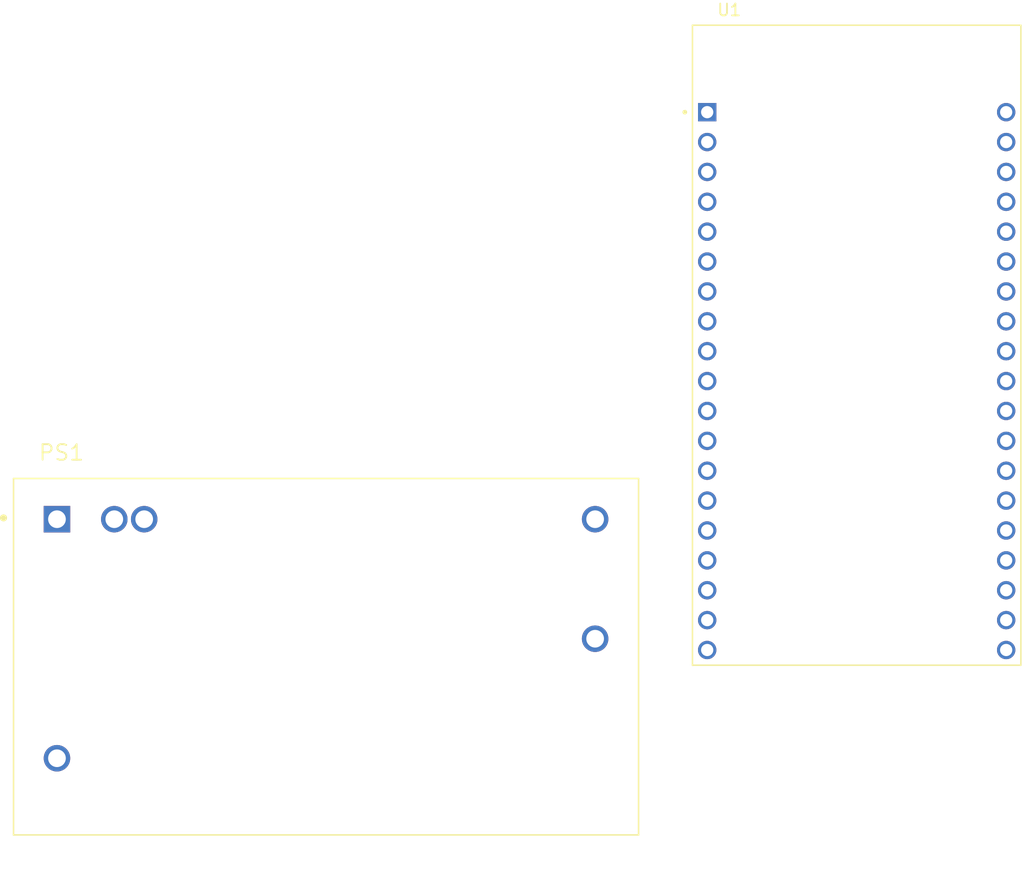
<source format=kicad_pcb>
(kicad_pcb (version 20221018) (generator pcbnew)
  (layers (0 "F.Cu" signal) (31 "B.Cu" signal) (34 "B.Paste" user) (35 "F.Paste" user) (36 "B.SilkS" user "B.Silkscreen") (37 "F.SilkS" user "F.Silkscreen") (38 "B.Mask" user) (39 "F.Mask" user) (44 "Edge.Cuts" user))
  (net 0 "")
  (net 2 "Net-(PS1--VO)")
  (net 5 "Net-(PS1-+VO)")
  (footprint "ESP32-DEVKITC-32D:MODULE_ESP32-DEVKITC-32D" (layer "F.Cu") (at 146.08 82)
    (fp_text reference "U1" (at -10.829175 -28.446045) (layer "F.SilkS") (effects (font (size 1.000386 1.000386))))
    (fp_text value "ESP32-DEVKITC-32D")
    (fp_line (start -13.95 -27.15) (end 13.95 -27.15) (stroke (width 0.127)) (layer "F.SilkS"))
    (fp_line (start -13.95 27.25) (end -13.95 -27.15) (stroke (width 0.127)) (layer "F.SilkS"))
    (fp_line (start 13.95 -27.15) (end 13.95 27.25) (stroke (width 0.127)) (layer "F.SilkS"))
    (fp_line (start 13.95 27.25) (end -13.95 27.25) (stroke (width 0.127)) (layer "F.SilkS"))
    (fp_circle (center -14.6 -19.76) (end -14.5 -19.76) (stroke (width 0.2)) (fill none) (layer "F.SilkS"))
    (pad "J2-1" thru_hole rect (at -12.7 -19.76) (size 1.56 1.56) (drill 1.04) (layers "*.Cu" "*.Mask"))
    (pad "J2-2" thru_hole circle (at -12.7 -17.22) (size 1.56 1.56) (drill 1.04) (layers "*.Cu" "*.Mask"))
    (pad "J2-3" thru_hole circle (at -12.7 -14.68) (size 1.56 1.56) (drill 1.04) (layers "*.Cu" "*.Mask"))
    (pad "J2-4" thru_hole circle (at -12.7 -12.14) (size 1.56 1.56) (drill 1.04) (layers "*.Cu" "*.Mask"))
    (pad "J2-5" thru_hole circle (at -12.7 -9.6) (size 1.56 1.56) (drill 1.04) (layers "*.Cu" "*.Mask"))
    (pad "J2-6" thru_hole circle (at -12.7 -7.06) (size 1.56 1.56) (drill 1.04) (layers "*.Cu" "*.Mask"))
    (pad "J2-7" thru_hole circle (at -12.7 -4.52) (size 1.56 1.56) (drill 1.04) (layers "*.Cu" "*.Mask"))
    (pad "J2-8" thru_hole circle (at -12.7 -1.98) (size 1.56 1.56) (drill 1.04) (layers "*.Cu" "*.Mask"))
    (pad "J2-9" thru_hole circle (at -12.7 0.56) (size 1.56 1.56) (drill 1.04) (layers "*.Cu" "*.Mask"))
    (pad "J2-10" thru_hole circle (at -12.7 3.1) (size 1.56 1.56) (drill 1.04) (layers "*.Cu" "*.Mask"))
    (pad "J2-11" thru_hole circle (at -12.7 5.64) (size 1.56 1.56) (drill 1.04) (layers "*.Cu" "*.Mask"))
    (pad "J2-12" thru_hole circle (at -12.7 8.18) (size 1.56 1.56) (drill 1.04) (layers "*.Cu" "*.Mask"))
    (pad "J2-13" thru_hole circle (at -12.7 10.72) (size 1.56 1.56) (drill 1.04) (layers "*.Cu" "*.Mask"))
    (pad "J2-14" thru_hole circle (at -12.7 13.26) (size 1.56 1.56) (drill 1.04) (layers "*.Cu" "*.Mask") (net 2 "Net-(PS1--VO)"))
    (pad "J2-15" thru_hole circle (at -12.7 15.8) (size 1.56 1.56) (drill 1.04) (layers "*.Cu" "*.Mask"))
    (pad "J2-16" thru_hole circle (at -12.7 18.34) (size 1.56 1.56) (drill 1.04) (layers "*.Cu" "*.Mask"))
    (pad "J2-17" thru_hole circle (at -12.7 20.88) (size 1.56 1.56) (drill 1.04) (layers "*.Cu" "*.Mask"))
    (pad "J2-18" thru_hole circle (at -12.7 23.42) (size 1.56 1.56) (drill 1.04) (layers "*.Cu" "*.Mask"))
    (pad "J2-19" thru_hole circle (at -12.7 25.96) (size 1.56 1.56) (drill 1.04) (layers "*.Cu" "*.Mask") (net 5 "Net-(PS1-+VO)"))
    (pad "J3-1" thru_hole circle (at 12.7 -19.76) (size 1.56 1.56) (drill 1.04) (layers "*.Cu" "*.Mask"))
    (pad "J3-2" thru_hole circle (at 12.7 -17.22) (size 1.56 1.56) (drill 1.04) (layers "*.Cu" "*.Mask"))
    (pad "J3-3" thru_hole circle (at 12.7 -14.68) (size 1.56 1.56) (drill 1.04) (layers "*.Cu" "*.Mask"))
    (pad "J3-4" thru_hole circle (at 12.7 -12.14) (size 1.56 1.56) (drill 1.04) (layers "*.Cu" "*.Mask"))
    (pad "J3-5" thru_hole circle (at 12.7 -9.6) (size 1.56 1.56) (drill 1.04) (layers "*.Cu" "*.Mask"))
    (pad "J3-6" thru_hole circle (at 12.7 -7.06) (size 1.56 1.56) (drill 1.04) (layers "*.Cu" "*.Mask"))
    (pad "J3-7" thru_hole circle (at 12.7 -4.52) (size 1.56 1.56) (drill 1.04) (layers "*.Cu" "*.Mask"))
    (pad "J3-8" thru_hole circle (at 12.7 -1.98) (size 1.56 1.56) (drill 1.04) (layers "*.Cu" "*.Mask"))
    (pad "J3-9" thru_hole circle (at 12.7 0.56) (size 1.56 1.56) (drill 1.04) (layers "*.Cu" "*.Mask"))
    (pad "J3-10" thru_hole circle (at 12.7 3.1) (size 1.56 1.56) (drill 1.04) (layers "*.Cu" "*.Mask"))
    (pad "J3-11" thru_hole circle (at 12.7 5.64) (size 1.56 1.56) (drill 1.04) (layers "*.Cu" "*.Mask"))
    (pad "J3-12" thru_hole circle (at 12.7 8.18) (size 1.56 1.56) (drill 1.04) (layers "*.Cu" "*.Mask"))
    (pad "J3-13" thru_hole circle (at 12.7 10.72) (size 1.56 1.56) (drill 1.04) (layers "*.Cu" "*.Mask"))
    (pad "J3-14" thru_hole circle (at 12.7 13.26) (size 1.56 1.56) (drill 1.04) (layers "*.Cu" "*.Mask"))
    (pad "J3-15" thru_hole circle (at 12.7 15.8) (size 1.56 1.56) (drill 1.04) (layers "*.Cu" "*.Mask"))
    (pad "J3-16" thru_hole circle (at 12.7 18.34) (size 1.56 1.56) (drill 1.04) (layers "*.Cu" "*.Mask"))
    (pad "J3-17" thru_hole circle (at 12.7 20.88) (size 1.56 1.56) (drill 1.04) (layers "*.Cu" "*.Mask"))
    (pad "J3-18" thru_hole circle (at 12.7 23.42) (size 1.56 1.56) (drill 1.04) (layers "*.Cu" "*.Mask"))
    (pad "J3-19" thru_hole circle (at 12.7 25.96) (size 1.56 1.56) (drill 1.04) (layers "*.Cu" "*.Mask"))
  )
  (footprint "PSK-S25B-5-PB:CONV_PSK-S25B-5-PB" (layer "F.Cu") (at 101 108.53)
    (fp_text reference "PS1" (at -22.479 -17.3482) (layer "F.SilkS") (effects (font (size 1.32 1.32))))
    (fp_text value "PSK-S25B-5-PB")
    (fp_line (start -26.55 -15.15) (end 26.55 -15.15) (stroke (width 0.127)) (layer "F.SilkS"))
    (fp_line (start -26.55 15.15) (end -26.55 -15.15) (stroke (width 0.127)) (layer "F.SilkS"))
    (fp_line (start 26.55 -15.15) (end 26.55 15.15) (stroke (width 0.127)) (layer "F.SilkS"))
    (fp_line (start 26.55 15.15) (end -26.55 15.15) (stroke (width 0.127)) (layer "F.SilkS"))
    (fp_circle (center -27.4 -11.8) (end -27.25 -11.8) (stroke (width 0.3)) (fill none) (layer "F.SilkS"))
    (pad "1" thru_hole rect (at -22.86 -11.69) (size 2.25 2.25) (drill 1.5) (layers "*.Cu" "*.Mask"))
    (pad "2" thru_hole circle (at -22.86 8.63) (size 2.25 2.25) (drill 1.5) (layers "*.Cu" "*.Mask"))
    (pad "3" thru_hole circle (at 22.86 -1.53) (size 2.25 2.25) (drill 1.5) (layers "*.Cu" "*.Mask") (net 5 "Net-(PS1-+VO)"))
    (pad "4" thru_hole circle (at 22.86 -11.69) (size 2.25 2.25) (drill 1.5) (layers "*.Cu" "*.Mask") (net 2 "Net-(PS1--VO)"))
    (pad "5" thru_hole circle (at -17.99 -11.69) (size 2.25 2.25) (drill 1.5) (layers "*.Cu" "*.Mask"))
    (pad "6" thru_hole circle (at -15.45 -11.69) (size 2.25 2.25) (drill 1.5) (layers "*.Cu" "*.Mask"))
  )
)
</source>
